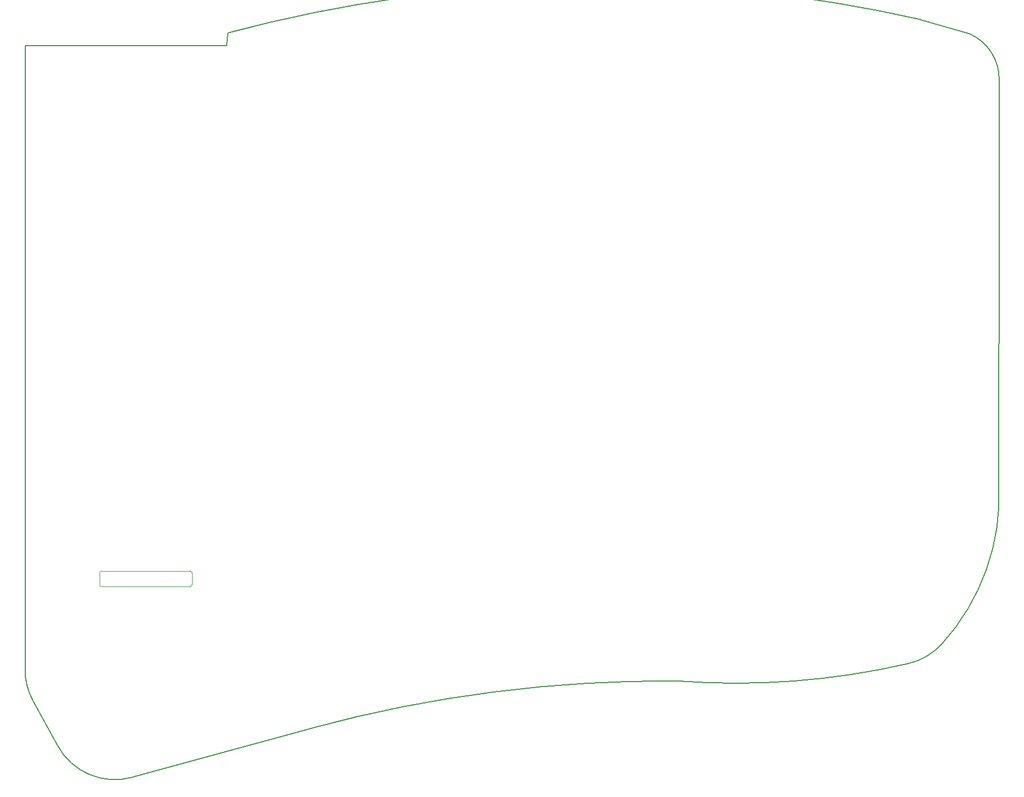
<source format=gbr>
G04 #@! TF.GenerationSoftware,KiCad,Pcbnew,5.99.0-unknown-78b555afa2~127~ubuntu20.04.1*
G04 #@! TF.CreationDate,2021-05-01T17:37:37+01:00*
G04 #@! TF.ProjectId,grandiceps-rev2,6772616e-6469-4636-9570-732d72657632,rev?*
G04 #@! TF.SameCoordinates,Original*
G04 #@! TF.FileFunction,Profile,NP*
%FSLAX46Y46*%
G04 Gerber Fmt 4.6, Leading zero omitted, Abs format (unit mm)*
G04 Created by KiCad (PCBNEW 5.99.0-unknown-78b555afa2~127~ubuntu20.04.1) date 2021-05-01 17:37:37*
%MOMM*%
%LPD*%
G01*
G04 APERTURE LIST*
G04 #@! TA.AperFunction,Profile*
%ADD10C,0.200000*%
G04 #@! TD*
G04 #@! TA.AperFunction,Profile*
%ADD11C,0.050000*%
G04 #@! TD*
G04 APERTURE END LIST*
D10*
X238491865Y-50956764D02*
X238494865Y-52905064D01*
X224523055Y-140822406D02*
G75*
G02*
X189065523Y-143511504I-26529190J114694842D01*
G01*
X89828361Y-146558168D02*
G75*
G02*
X88598024Y-141717024I8769600J4805633D01*
G01*
X89828360Y-146558168D02*
X93642096Y-153517697D01*
X119825000Y-43678271D02*
G75*
G02*
X226404904Y-41620387I57455865J-214727993D01*
G01*
X105057893Y-158355593D02*
G75*
G02*
X93642096Y-153517697I-2646197J9643529D01*
G01*
X238439721Y-113133106D02*
G75*
G02*
X229679634Y-137794567I-33963856J-1822158D01*
G01*
X238494865Y-60326464D02*
X238494865Y-52905064D01*
X88662065Y-45632864D02*
X88663365Y-123317264D01*
X238494865Y-70236264D02*
X238439865Y-113133264D01*
X88663365Y-123317264D02*
X88598024Y-141717024D01*
X229679634Y-137794567D02*
G75*
G02*
X224523055Y-140822406I-7410106J6714934D01*
G01*
X133010865Y-150685264D02*
X105057892Y-158355593D01*
X234083142Y-43881122D02*
G75*
G02*
X238491848Y-50956796I-3256277J-6940242D01*
G01*
X88662065Y-45632864D02*
X119649865Y-45658264D01*
X119649865Y-45658264D02*
X119825865Y-43677664D01*
X133011799Y-150684906D02*
G75*
G02*
X189065924Y-143511167I54239066J-201228358D01*
G01*
X238494865Y-70236264D02*
X238494865Y-60326464D01*
X226404865Y-41620164D02*
X234082865Y-43881064D01*
D11*
X100375000Y-128950000D02*
X113975000Y-128950000D01*
X113975000Y-126550000D02*
X100375000Y-126550000D01*
X114275000Y-128650000D02*
X114275000Y-126850000D01*
X100075000Y-126850000D02*
X100075000Y-128650000D01*
X100075000Y-126850000D02*
G75*
G02*
X100375000Y-126550000I300000J0D01*
G01*
X100375000Y-128950000D02*
G75*
G02*
X100075000Y-128650000I0J300000D01*
G01*
X113975000Y-126550000D02*
G75*
G02*
X114275000Y-126850000I0J-300000D01*
G01*
X114275000Y-128650000D02*
G75*
G02*
X113975000Y-128950000I-300000J0D01*
G01*
M02*

</source>
